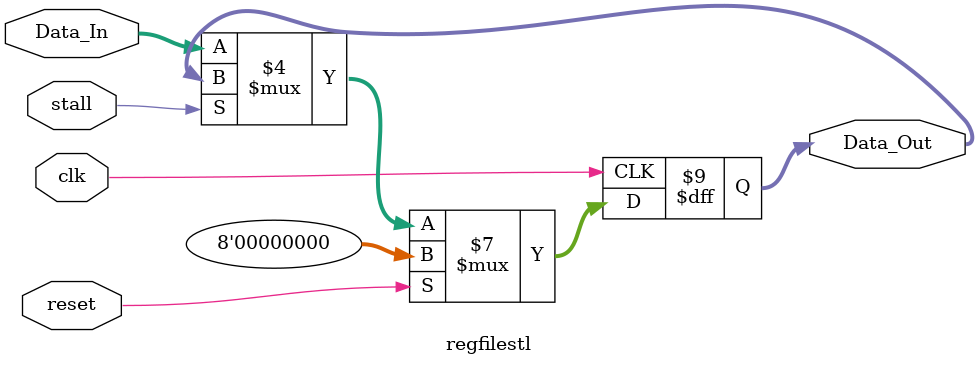
<source format=v>
`timescale 1ns / 1ps
module regfilestl #(parameter WIDTH = 8)(
	input clk,
	input reset,
	input stall,
	input [WIDTH-1:0] Data_In,
	output reg [WIDTH-1:0] Data_Out
    );
	 
	 initial begin
		Data_Out <=  0;
	end

	always @ (posedge clk)
		if(reset)
			Data_Out <=  0;
		else if(stall==0) 
			Data_Out <=  Data_In;


endmodule

</source>
